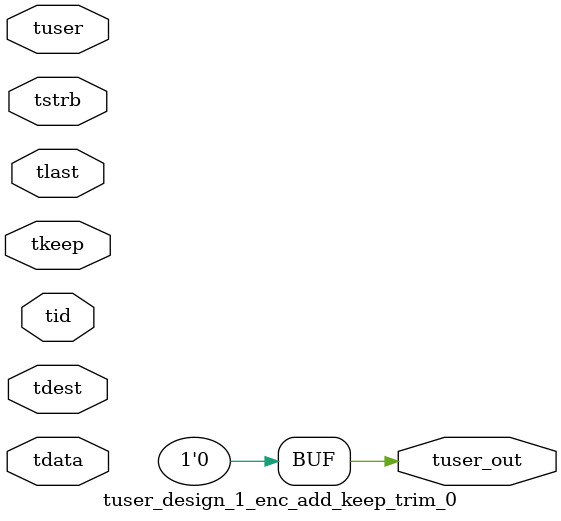
<source format=v>


`timescale 1ps/1ps

module tuser_design_1_enc_add_keep_trim_0 #
(
parameter C_S_AXIS_TUSER_WIDTH = 1,
parameter C_S_AXIS_TDATA_WIDTH = 32,
parameter C_S_AXIS_TID_WIDTH   = 0,
parameter C_S_AXIS_TDEST_WIDTH = 0,
parameter C_M_AXIS_TUSER_WIDTH = 1
)
(
input  [(C_S_AXIS_TUSER_WIDTH == 0 ? 1 : C_S_AXIS_TUSER_WIDTH)-1:0     ] tuser,
input  [(C_S_AXIS_TDATA_WIDTH == 0 ? 1 : C_S_AXIS_TDATA_WIDTH)-1:0     ] tdata,
input  [(C_S_AXIS_TID_WIDTH   == 0 ? 1 : C_S_AXIS_TID_WIDTH)-1:0       ] tid,
input  [(C_S_AXIS_TDEST_WIDTH == 0 ? 1 : C_S_AXIS_TDEST_WIDTH)-1:0     ] tdest,
input  [(C_S_AXIS_TDATA_WIDTH/8)-1:0 ] tkeep,
input  [(C_S_AXIS_TDATA_WIDTH/8)-1:0 ] tstrb,
input                                                                    tlast,
output [C_M_AXIS_TUSER_WIDTH-1:0] tuser_out
);

assign tuser_out = {1'b0};

endmodule


</source>
